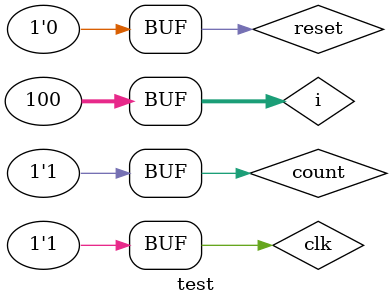
<source format=v>
`timescale 1ns/1ps

module test;
    reg reset,count,clk;
    wire [3:0] out;
    integer i;

    counter dat(.reset(reset), .count(count), .clk(clk), .out(out));
    initial begin
        clk = 1;
        reset = 0;
        count = 1;
        for(i=0; i<100;i=i+1) begin
            #10 clk = ~clk;
        end
    end
    initial begin
        #20 reset = 1;
        #200 reset = 0;
        #50 reset = 1;
        #180 count = 0;
        #60 count = 1;
        #180 count = 0; reset = 0;
        #70 count = 1; reset = 1;
    end

    always @(out)
        $monitor("num = %d",out);
endmodule
    

</source>
